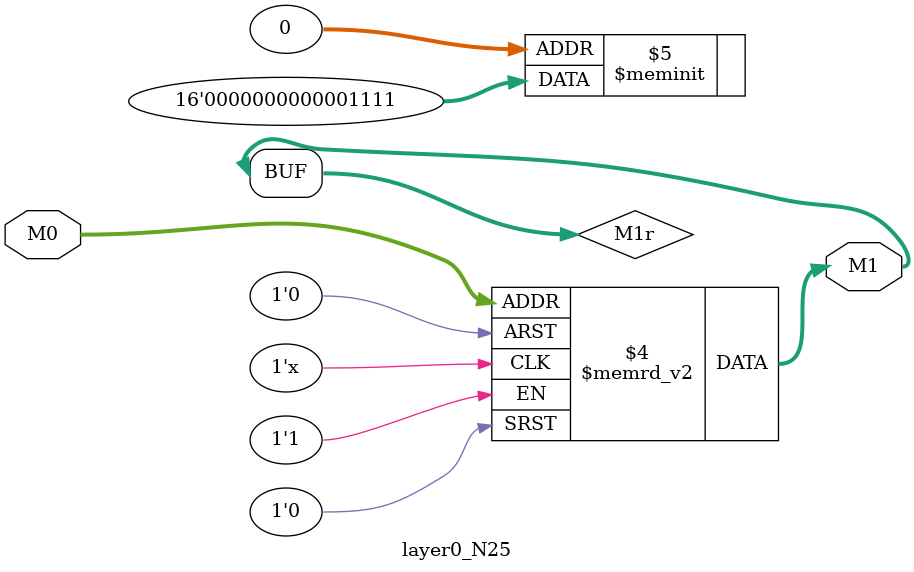
<source format=v>
module layer0_N25 ( input [2:0] M0, output [1:0] M1 );

	(*rom_style = "distributed" *) reg [1:0] M1r;
	assign M1 = M1r;
	always @ (M0) begin
		case (M0)
			3'b000: M1r = 2'b11;
			3'b100: M1r = 2'b00;
			3'b010: M1r = 2'b00;
			3'b110: M1r = 2'b00;
			3'b001: M1r = 2'b11;
			3'b101: M1r = 2'b00;
			3'b011: M1r = 2'b00;
			3'b111: M1r = 2'b00;

		endcase
	end
endmodule

</source>
